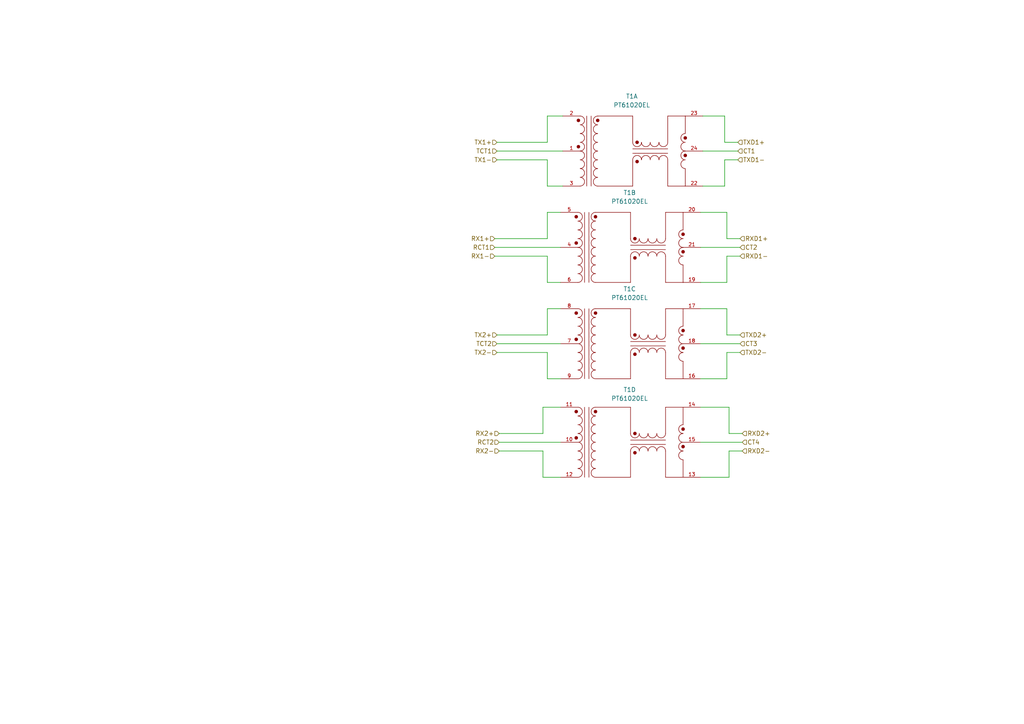
<source format=kicad_sch>
(kicad_sch (version 20211123) (generator eeschema)

  (uuid 6ca4859f-e306-4c4f-b4ac-83227a4424fb)

  (paper "A4")

  (lib_symbols
    (symbol "b116:PT61020EL" (pin_names (offset 1.016)) (in_bom yes) (on_board yes)
      (property "Reference" "T" (id 0) (at -20.3239 12.7079 0)
        (effects (font (size 1.27 1.27)) (justify left bottom))
      )
      (property "Value" "PT61020EL" (id 1) (at -20.3214 -15.2427 0)
        (effects (font (size 1.27 1.27)) (justify left bottom))
      )
      (property "Footprint" "XFMR_PT61020EL" (id 2) (at 0 0 0)
        (effects (font (size 1.27 1.27)) (justify bottom) hide)
      )
      (property "Datasheet" "" (id 3) (at 0 0 0)
        (effects (font (size 1.27 1.27)) hide)
      )
      (property "MPN" "PT61020EL" (id 4) (at 0 0 0)
        (effects (font (size 1.27 1.27)) (justify bottom) hide)
      )
      (symbol "PT61020EL_1_0"
        (circle (center -15.748 1.27) (radius 0.254)
          (stroke (width 0.508) (type default) (color 0 0 0 0))
          (fill (type none))
        )
        (circle (center -15.748 8.89) (radius 0.254)
          (stroke (width 0.508) (type default) (color 0 0 0 0))
          (fill (type none))
        )
        (arc (start -15.24 -10.16) (mid -13.97 -8.89) (end -15.24 -7.62)
          (stroke (width 0.1524) (type default) (color 0 0 0 0))
          (fill (type none))
        )
        (arc (start -15.24 -7.62) (mid -13.97 -6.35) (end -15.24 -5.08)
          (stroke (width 0.1524) (type default) (color 0 0 0 0))
          (fill (type none))
        )
        (arc (start -15.24 -5.08) (mid -13.97 -3.81) (end -15.24 -2.54)
          (stroke (width 0.1524) (type default) (color 0 0 0 0))
          (fill (type none))
        )
        (arc (start -15.24 -2.54) (mid -13.97 -1.27) (end -15.24 0)
          (stroke (width 0.1524) (type default) (color 0 0 0 0))
          (fill (type none))
        )
        (arc (start -15.24 0) (mid -13.97 1.27) (end -15.24 2.54)
          (stroke (width 0.1524) (type default) (color 0 0 0 0))
          (fill (type none))
        )
        (arc (start -15.24 2.54) (mid -13.97 3.81) (end -15.24 5.08)
          (stroke (width 0.1524) (type default) (color 0 0 0 0))
          (fill (type none))
        )
        (arc (start -15.24 5.08) (mid -13.97 6.35) (end -15.24 7.62)
          (stroke (width 0.1524) (type default) (color 0 0 0 0))
          (fill (type none))
        )
        (arc (start -15.24 7.62) (mid -13.97 8.89) (end -15.24 10.16)
          (stroke (width 0.1524) (type default) (color 0 0 0 0))
          (fill (type none))
        )
        (arc (start -10.16 -7.62) (mid -11.43 -8.89) (end -10.16 -10.16)
          (stroke (width 0.1524) (type default) (color 0 0 0 0))
          (fill (type none))
        )
        (arc (start -10.16 -5.08) (mid -11.43 -6.35) (end -10.16 -7.62)
          (stroke (width 0.1524) (type default) (color 0 0 0 0))
          (fill (type none))
        )
        (arc (start -10.16 -2.54) (mid -11.43 -3.81) (end -10.16 -5.08)
          (stroke (width 0.1524) (type default) (color 0 0 0 0))
          (fill (type none))
        )
        (arc (start -10.16 0) (mid -11.43 -1.27) (end -10.16 -2.54)
          (stroke (width 0.1524) (type default) (color 0 0 0 0))
          (fill (type none))
        )
        (arc (start -10.16 2.54) (mid -11.43 1.27) (end -10.16 0)
          (stroke (width 0.1524) (type default) (color 0 0 0 0))
          (fill (type none))
        )
        (arc (start -10.16 5.08) (mid -11.43 3.81) (end -10.16 2.54)
          (stroke (width 0.1524) (type default) (color 0 0 0 0))
          (fill (type none))
        )
        (arc (start -10.16 7.62) (mid -11.43 6.35) (end -10.16 5.08)
          (stroke (width 0.1524) (type default) (color 0 0 0 0))
          (fill (type none))
        )
        (circle (center -10.16 8.89) (radius 0.254)
          (stroke (width 0.508) (type default) (color 0 0 0 0))
          (fill (type none))
        )
        (arc (start -10.16 10.16) (mid -11.43 8.89) (end -10.16 7.62)
          (stroke (width 0.1524) (type default) (color 0 0 0 0))
          (fill (type none))
        )
        (polyline
          (pts
            (xy -13.335 10.16)
            (xy -13.335 -10.16)
          )
          (stroke (width 0.1524) (type default) (color 0 0 0 0))
          (fill (type none))
        )
        (polyline
          (pts
            (xy -12.065 10.16)
            (xy -12.065 -10.16)
          )
          (stroke (width 0.1524) (type default) (color 0 0 0 0))
          (fill (type none))
        )
        (polyline
          (pts
            (xy -10.16 -10.16)
            (xy 0 -10.16)
          )
          (stroke (width 0.1524) (type default) (color 0 0 0 0))
          (fill (type none))
        )
        (polyline
          (pts
            (xy -10.16 10.16)
            (xy 0 10.16)
          )
          (stroke (width 0.1524) (type default) (color 0 0 0 0))
          (fill (type none))
        )
        (polyline
          (pts
            (xy 0 -2.54)
            (xy 0 -10.16)
          )
          (stroke (width 0.1524) (type default) (color 0 0 0 0))
          (fill (type none))
        )
        (polyline
          (pts
            (xy 0 -0.635)
            (xy 10.16 -0.635)
          )
          (stroke (width 0.1524) (type default) (color 0 0 0 0))
          (fill (type none))
        )
        (polyline
          (pts
            (xy 0 0.635)
            (xy 10.16 0.635)
          )
          (stroke (width 0.1524) (type default) (color 0 0 0 0))
          (fill (type none))
        )
        (polyline
          (pts
            (xy 0 10.16)
            (xy 0 2.54)
          )
          (stroke (width 0.1524) (type default) (color 0 0 0 0))
          (fill (type none))
        )
        (polyline
          (pts
            (xy 10.16 -10.16)
            (xy 15.24 -10.16)
          )
          (stroke (width 0.1524) (type default) (color 0 0 0 0))
          (fill (type none))
        )
        (polyline
          (pts
            (xy 10.16 -2.54)
            (xy 10.16 -10.16)
          )
          (stroke (width 0.1524) (type default) (color 0 0 0 0))
          (fill (type none))
        )
        (polyline
          (pts
            (xy 10.16 2.54)
            (xy 10.16 10.16)
          )
          (stroke (width 0.1524) (type default) (color 0 0 0 0))
          (fill (type none))
        )
        (polyline
          (pts
            (xy 10.16 10.16)
            (xy 15.24 10.16)
          )
          (stroke (width 0.1524) (type default) (color 0 0 0 0))
          (fill (type none))
        )
        (polyline
          (pts
            (xy 15.24 -5.08)
            (xy 15.24 -10.16)
          )
          (stroke (width 0.1524) (type default) (color 0 0 0 0))
          (fill (type none))
        )
        (polyline
          (pts
            (xy 15.24 10.16)
            (xy 15.24 5.08)
          )
          (stroke (width 0.1524) (type default) (color 0 0 0 0))
          (fill (type none))
        )
        (arc (start 0 2.54) (mid 1.27 1.27) (end 2.54 2.54)
          (stroke (width 0.1524) (type default) (color 0 0 0 0))
          (fill (type none))
        )
        (circle (center 1.27 -3.048) (radius 0.254)
          (stroke (width 0.508) (type default) (color 0 0 0 0))
          (fill (type none))
        )
        (circle (center 1.27 2.54) (radius 0.254)
          (stroke (width 0.508) (type default) (color 0 0 0 0))
          (fill (type none))
        )
        (arc (start 2.54 -2.54) (mid 1.27 -1.27) (end 0 -2.54)
          (stroke (width 0.1524) (type default) (color 0 0 0 0))
          (fill (type none))
        )
        (arc (start 2.54 2.54) (mid 3.81 1.27) (end 5.08 2.54)
          (stroke (width 0.1524) (type default) (color 0 0 0 0))
          (fill (type none))
        )
        (arc (start 5.08 -2.54) (mid 3.81 -1.27) (end 2.54 -2.54)
          (stroke (width 0.1524) (type default) (color 0 0 0 0))
          (fill (type none))
        )
        (arc (start 5.08 2.54) (mid 6.35 1.27) (end 7.62 2.54)
          (stroke (width 0.1524) (type default) (color 0 0 0 0))
          (fill (type none))
        )
        (arc (start 7.62 -2.54) (mid 6.35 -1.27) (end 5.08 -2.54)
          (stroke (width 0.1524) (type default) (color 0 0 0 0))
          (fill (type none))
        )
        (arc (start 7.62 2.54) (mid 8.89 1.27) (end 10.16 2.54)
          (stroke (width 0.1524) (type default) (color 0 0 0 0))
          (fill (type none))
        )
        (arc (start 10.16 -2.54) (mid 8.89 -1.27) (end 7.62 -2.54)
          (stroke (width 0.1524) (type default) (color 0 0 0 0))
          (fill (type none))
        )
        (arc (start 15.24 -2.54) (mid 13.97 -3.81) (end 15.24 -5.08)
          (stroke (width 0.1524) (type default) (color 0 0 0 0))
          (fill (type none))
        )
        (circle (center 15.24 -1.27) (radius 0.254)
          (stroke (width 0.508) (type default) (color 0 0 0 0))
          (fill (type none))
        )
        (arc (start 15.24 0) (mid 13.97 -1.27) (end 15.24 -2.54)
          (stroke (width 0.1524) (type default) (color 0 0 0 0))
          (fill (type none))
        )
        (arc (start 15.24 2.54) (mid 13.97 1.27) (end 15.24 0)
          (stroke (width 0.1524) (type default) (color 0 0 0 0))
          (fill (type none))
        )
        (circle (center 15.24 3.81) (radius 0.254)
          (stroke (width 0.508) (type default) (color 0 0 0 0))
          (fill (type none))
        )
        (arc (start 15.24 5.08) (mid 13.97 3.81) (end 15.24 2.54)
          (stroke (width 0.1524) (type default) (color 0 0 0 0))
          (fill (type none))
        )
        (pin passive line (at -20.32 0 0) (length 5.08)
          (name "~" (effects (font (size 1.016 1.016))))
          (number "1" (effects (font (size 1.016 1.016))))
        )
        (pin passive line (at -20.32 10.16 0) (length 5.08)
          (name "~" (effects (font (size 1.016 1.016))))
          (number "2" (effects (font (size 1.016 1.016))))
        )
        (pin passive line (at 20.32 -10.16 180) (length 5.08)
          (name "~" (effects (font (size 1.016 1.016))))
          (number "22" (effects (font (size 1.016 1.016))))
        )
        (pin passive line (at 20.32 10.16 180) (length 5.08)
          (name "~" (effects (font (size 1.016 1.016))))
          (number "23" (effects (font (size 1.016 1.016))))
        )
        (pin passive line (at 20.32 0 180) (length 5.08)
          (name "~" (effects (font (size 1.016 1.016))))
          (number "24" (effects (font (size 1.016 1.016))))
        )
        (pin passive line (at -20.32 -10.16 0) (length 5.08)
          (name "~" (effects (font (size 1.016 1.016))))
          (number "3" (effects (font (size 1.016 1.016))))
        )
      )
      (symbol "PT61020EL_2_0"
        (circle (center -15.748 1.27) (radius 0.254)
          (stroke (width 0.508) (type default) (color 0 0 0 0))
          (fill (type none))
        )
        (circle (center -15.748 8.89) (radius 0.254)
          (stroke (width 0.508) (type default) (color 0 0 0 0))
          (fill (type none))
        )
        (arc (start -15.24 -10.16) (mid -13.97 -8.89) (end -15.24 -7.62)
          (stroke (width 0.1524) (type default) (color 0 0 0 0))
          (fill (type none))
        )
        (arc (start -15.24 -7.62) (mid -13.97 -6.35) (end -15.24 -5.08)
          (stroke (width 0.1524) (type default) (color 0 0 0 0))
          (fill (type none))
        )
        (arc (start -15.24 -5.08) (mid -13.97 -3.81) (end -15.24 -2.54)
          (stroke (width 0.1524) (type default) (color 0 0 0 0))
          (fill (type none))
        )
        (arc (start -15.24 -2.54) (mid -13.97 -1.27) (end -15.24 0)
          (stroke (width 0.1524) (type default) (color 0 0 0 0))
          (fill (type none))
        )
        (arc (start -15.24 0) (mid -13.97 1.27) (end -15.24 2.54)
          (stroke (width 0.1524) (type default) (color 0 0 0 0))
          (fill (type none))
        )
        (arc (start -15.24 2.54) (mid -13.97 3.81) (end -15.24 5.08)
          (stroke (width 0.1524) (type default) (color 0 0 0 0))
          (fill (type none))
        )
        (arc (start -15.24 5.08) (mid -13.97 6.35) (end -15.24 7.62)
          (stroke (width 0.1524) (type default) (color 0 0 0 0))
          (fill (type none))
        )
        (arc (start -15.24 7.62) (mid -13.97 8.89) (end -15.24 10.16)
          (stroke (width 0.1524) (type default) (color 0 0 0 0))
          (fill (type none))
        )
        (arc (start -10.16 -7.62) (mid -11.43 -8.89) (end -10.16 -10.16)
          (stroke (width 0.1524) (type default) (color 0 0 0 0))
          (fill (type none))
        )
        (arc (start -10.16 -5.08) (mid -11.43 -6.35) (end -10.16 -7.62)
          (stroke (width 0.1524) (type default) (color 0 0 0 0))
          (fill (type none))
        )
        (arc (start -10.16 -2.54) (mid -11.43 -3.81) (end -10.16 -5.08)
          (stroke (width 0.1524) (type default) (color 0 0 0 0))
          (fill (type none))
        )
        (arc (start -10.16 0) (mid -11.43 -1.27) (end -10.16 -2.54)
          (stroke (width 0.1524) (type default) (color 0 0 0 0))
          (fill (type none))
        )
        (arc (start -10.16 2.54) (mid -11.43 1.27) (end -10.16 0)
          (stroke (width 0.1524) (type default) (color 0 0 0 0))
          (fill (type none))
        )
        (arc (start -10.16 5.08) (mid -11.43 3.81) (end -10.16 2.54)
          (stroke (width 0.1524) (type default) (color 0 0 0 0))
          (fill (type none))
        )
        (arc (start -10.16 7.62) (mid -11.43 6.35) (end -10.16 5.08)
          (stroke (width 0.1524) (type default) (color 0 0 0 0))
          (fill (type none))
        )
        (circle (center -10.16 8.89) (radius 0.254)
          (stroke (width 0.508) (type default) (color 0 0 0 0))
          (fill (type none))
        )
        (arc (start -10.16 10.16) (mid -11.43 8.89) (end -10.16 7.62)
          (stroke (width 0.1524) (type default) (color 0 0 0 0))
          (fill (type none))
        )
        (polyline
          (pts
            (xy -13.335 10.16)
            (xy -13.335 -10.16)
          )
          (stroke (width 0.1524) (type default) (color 0 0 0 0))
          (fill (type none))
        )
        (polyline
          (pts
            (xy -12.065 10.16)
            (xy -12.065 -10.16)
          )
          (stroke (width 0.1524) (type default) (color 0 0 0 0))
          (fill (type none))
        )
        (polyline
          (pts
            (xy -10.16 -10.16)
            (xy 0 -10.16)
          )
          (stroke (width 0.1524) (type default) (color 0 0 0 0))
          (fill (type none))
        )
        (polyline
          (pts
            (xy -10.16 10.16)
            (xy 0 10.16)
          )
          (stroke (width 0.1524) (type default) (color 0 0 0 0))
          (fill (type none))
        )
        (polyline
          (pts
            (xy 0 -2.54)
            (xy 0 -10.16)
          )
          (stroke (width 0.1524) (type default) (color 0 0 0 0))
          (fill (type none))
        )
        (polyline
          (pts
            (xy 0 -0.635)
            (xy 10.16 -0.635)
          )
          (stroke (width 0.1524) (type default) (color 0 0 0 0))
          (fill (type none))
        )
        (polyline
          (pts
            (xy 0 0.635)
            (xy 10.16 0.635)
          )
          (stroke (width 0.1524) (type default) (color 0 0 0 0))
          (fill (type none))
        )
        (polyline
          (pts
            (xy 0 10.16)
            (xy 0 2.54)
          )
          (stroke (width 0.1524) (type default) (color 0 0 0 0))
          (fill (type none))
        )
        (polyline
          (pts
            (xy 10.16 -10.16)
            (xy 15.24 -10.16)
          )
          (stroke (width 0.1524) (type default) (color 0 0 0 0))
          (fill (type none))
        )
        (polyline
          (pts
            (xy 10.16 -2.54)
            (xy 10.16 -10.16)
          )
          (stroke (width 0.1524) (type default) (color 0 0 0 0))
          (fill (type none))
        )
        (polyline
          (pts
            (xy 10.16 2.54)
            (xy 10.16 10.16)
          )
          (stroke (width 0.1524) (type default) (color 0 0 0 0))
          (fill (type none))
        )
        (polyline
          (pts
            (xy 10.16 10.16)
            (xy 15.24 10.16)
          )
          (stroke (width 0.1524) (type default) (color 0 0 0 0))
          (fill (type none))
        )
        (polyline
          (pts
            (xy 15.24 -5.08)
            (xy 15.24 -10.16)
          )
          (stroke (width 0.1524) (type default) (color 0 0 0 0))
          (fill (type none))
        )
        (polyline
          (pts
            (xy 15.24 10.16)
            (xy 15.24 5.08)
          )
          (stroke (width 0.1524) (type default) (color 0 0 0 0))
          (fill (type none))
        )
        (arc (start 0 2.54) (mid 1.27 1.27) (end 2.54 2.54)
          (stroke (width 0.1524) (type default) (color 0 0 0 0))
          (fill (type none))
        )
        (circle (center 1.27 -3.048) (radius 0.254)
          (stroke (width 0.508) (type default) (color 0 0 0 0))
          (fill (type none))
        )
        (circle (center 1.27 2.54) (radius 0.254)
          (stroke (width 0.508) (type default) (color 0 0 0 0))
          (fill (type none))
        )
        (arc (start 2.54 -2.54) (mid 1.27 -1.27) (end 0 -2.54)
          (stroke (width 0.1524) (type default) (color 0 0 0 0))
          (fill (type none))
        )
        (arc (start 2.54 2.54) (mid 3.81 1.27) (end 5.08 2.54)
          (stroke (width 0.1524) (type default) (color 0 0 0 0))
          (fill (type none))
        )
        (arc (start 5.08 -2.54) (mid 3.81 -1.27) (end 2.54 -2.54)
          (stroke (width 0.1524) (type default) (color 0 0 0 0))
          (fill (type none))
        )
        (arc (start 5.08 2.54) (mid 6.35 1.27) (end 7.62 2.54)
          (stroke (width 0.1524) (type default) (color 0 0 0 0))
          (fill (type none))
        )
        (arc (start 7.62 -2.54) (mid 6.35 -1.27) (end 5.08 -2.54)
          (stroke (width 0.1524) (type default) (color 0 0 0 0))
          (fill (type none))
        )
        (arc (start 7.62 2.54) (mid 8.89 1.27) (end 10.16 2.54)
          (stroke (width 0.1524) (type default) (color 0 0 0 0))
          (fill (type none))
        )
        (arc (start 10.16 -2.54) (mid 8.89 -1.27) (end 7.62 -2.54)
          (stroke (width 0.1524) (type default) (color 0 0 0 0))
          (fill (type none))
        )
        (arc (start 15.24 -2.54) (mid 13.97 -3.81) (end 15.24 -5.08)
          (stroke (width 0.1524) (type default) (color 0 0 0 0))
          (fill (type none))
        )
        (circle (center 15.24 -1.27) (radius 0.254)
          (stroke (width 0.508) (type default) (color 0 0 0 0))
          (fill (type none))
        )
        (arc (start 15.24 0) (mid 13.97 -1.27) (end 15.24 -2.54)
          (stroke (width 0.1524) (type default) (color 0 0 0 0))
          (fill (type none))
        )
        (arc (start 15.24 2.54) (mid 13.97 1.27) (end 15.24 0)
          (stroke (width 0.1524) (type default) (color 0 0 0 0))
          (fill (type none))
        )
        (circle (center 15.24 3.81) (radius 0.254)
          (stroke (width 0.508) (type default) (color 0 0 0 0))
          (fill (type none))
        )
        (arc (start 15.24 5.08) (mid 13.97 3.81) (end 15.24 2.54)
          (stroke (width 0.1524) (type default) (color 0 0 0 0))
          (fill (type none))
        )
        (pin passive line (at 20.32 -10.16 180) (length 5.08)
          (name "~" (effects (font (size 1.016 1.016))))
          (number "19" (effects (font (size 1.016 1.016))))
        )
        (pin passive line (at 20.32 10.16 180) (length 5.08)
          (name "~" (effects (font (size 1.016 1.016))))
          (number "20" (effects (font (size 1.016 1.016))))
        )
        (pin passive line (at 20.32 0 180) (length 5.08)
          (name "~" (effects (font (size 1.016 1.016))))
          (number "21" (effects (font (size 1.016 1.016))))
        )
        (pin passive line (at -20.32 0 0) (length 5.08)
          (name "~" (effects (font (size 1.016 1.016))))
          (number "4" (effects (font (size 1.016 1.016))))
        )
        (pin passive line (at -20.32 10.16 0) (length 5.08)
          (name "~" (effects (font (size 1.016 1.016))))
          (number "5" (effects (font (size 1.016 1.016))))
        )
        (pin passive line (at -20.32 -10.16 0) (length 5.08)
          (name "~" (effects (font (size 1.016 1.016))))
          (number "6" (effects (font (size 1.016 1.016))))
        )
      )
      (symbol "PT61020EL_3_0"
        (circle (center -15.748 1.27) (radius 0.254)
          (stroke (width 0.508) (type default) (color 0 0 0 0))
          (fill (type none))
        )
        (circle (center -15.748 8.89) (radius 0.254)
          (stroke (width 0.508) (type default) (color 0 0 0 0))
          (fill (type none))
        )
        (arc (start -15.24 -10.16) (mid -13.97 -8.89) (end -15.24 -7.62)
          (stroke (width 0.1524) (type default) (color 0 0 0 0))
          (fill (type none))
        )
        (arc (start -15.24 -7.62) (mid -13.97 -6.35) (end -15.24 -5.08)
          (stroke (width 0.1524) (type default) (color 0 0 0 0))
          (fill (type none))
        )
        (arc (start -15.24 -5.08) (mid -13.97 -3.81) (end -15.24 -2.54)
          (stroke (width 0.1524) (type default) (color 0 0 0 0))
          (fill (type none))
        )
        (arc (start -15.24 -2.54) (mid -13.97 -1.27) (end -15.24 0)
          (stroke (width 0.1524) (type default) (color 0 0 0 0))
          (fill (type none))
        )
        (arc (start -15.24 0) (mid -13.97 1.27) (end -15.24 2.54)
          (stroke (width 0.1524) (type default) (color 0 0 0 0))
          (fill (type none))
        )
        (arc (start -15.24 2.54) (mid -13.97 3.81) (end -15.24 5.08)
          (stroke (width 0.1524) (type default) (color 0 0 0 0))
          (fill (type none))
        )
        (arc (start -15.24 5.08) (mid -13.97 6.35) (end -15.24 7.62)
          (stroke (width 0.1524) (type default) (color 0 0 0 0))
          (fill (type none))
        )
        (arc (start -15.24 7.62) (mid -13.97 8.89) (end -15.24 10.16)
          (stroke (width 0.1524) (type default) (color 0 0 0 0))
          (fill (type none))
        )
        (arc (start -10.16 -7.62) (mid -11.43 -8.89) (end -10.16 -10.16)
          (stroke (width 0.1524) (type default) (color 0 0 0 0))
          (fill (type none))
        )
        (arc (start -10.16 -5.08) (mid -11.43 -6.35) (end -10.16 -7.62)
          (stroke (width 0.1524) (type default) (color 0 0 0 0))
          (fill (type none))
        )
        (arc (start -10.16 -2.54) (mid -11.43 -3.81) (end -10.16 -5.08)
          (stroke (width 0.1524) (type default) (color 0 0 0 0))
          (fill (type none))
        )
        (arc (start -10.16 0) (mid -11.43 -1.27) (end -10.16 -2.54)
          (stroke (width 0.1524) (type default) (color 0 0 0 0))
          (fill (type none))
        )
        (arc (start -10.16 2.54) (mid -11.43 1.27) (end -10.16 0)
          (stroke (width 0.1524) (type default) (color 0 0 0 0))
          (fill (type none))
        )
        (arc (start -10.16 5.08) (mid -11.43 3.81) (end -10.16 2.54)
          (stroke (width 0.1524) (type default) (color 0 0 0 0))
          (fill (type none))
        )
        (arc (start -10.16 7.62) (mid -11.43 6.35) (end -10.16 5.08)
          (stroke (width 0.1524) (type default) (color 0 0 0 0))
          (fill (type none))
        )
        (circle (center -10.16 8.89) (radius 0.254)
          (stroke (width 0.508) (type default) (color 0 0 0 0))
          (fill (type none))
        )
        (arc (start -10.16 10.16) (mid -11.43 8.89) (end -10.16 7.62)
          (stroke (width 0.1524) (type default) (color 0 0 0 0))
          (fill (type none))
        )
        (polyline
          (pts
            (xy -13.335 10.16)
            (xy -13.335 -10.16)
          )
          (stroke (width 0.1524) (type default) (color 0 0 0 0))
          (fill (type none))
        )
        (polyline
          (pts
            (xy -12.065 10.16)
            (xy -12.065 -10.16)
          )
          (stroke (width 0.1524) (type default) (color 0 0 0 0))
          (fill (type none))
        )
        (polyline
          (pts
            (xy -10.16 -10.16)
            (xy 0 -10.16)
          )
          (stroke (width 0.1524) (type default) (color 0 0 0 0))
          (fill (type none))
        )
        (polyline
          (pts
            (xy -10.16 10.16)
            (xy 0 10.16)
          )
          (stroke (width 0.1524) (type default) (color 0 0 0 0))
          (fill (type none))
        )
        (polyline
          (pts
            (xy 0 -2.54)
            (xy 0 -10.16)
          )
          (stroke (width 0.1524) (type default) (color 0 0 0 0))
          (fill (type none))
        )
        (polyline
          (pts
            (xy 0 -0.635)
            (xy 10.16 -0.635)
          )
          (stroke (width 0.1524) (type default) (color 0 0 0 0))
          (fill (type none))
        )
        (polyline
          (pts
            (xy 0 0.635)
            (xy 10.16 0.635)
          )
          (stroke (width 0.1524) (type default) (color 0 0 0 0))
          (fill (type none))
        )
        (polyline
          (pts
            (xy 0 10.16)
            (xy 0 2.54)
          )
          (stroke (width 0.1524) (type default) (color 0 0 0 0))
          (fill (type none))
        )
        (polyline
          (pts
            (xy 10.16 -10.16)
            (xy 15.24 -10.16)
          )
          (stroke (width 0.1524) (type default) (color 0 0 0 0))
          (fill (type none))
        )
        (polyline
          (pts
            (xy 10.16 -2.54)
            (xy 10.16 -10.16)
          )
          (stroke (width 0.1524) (type default) (color 0 0 0 0))
          (fill (type none))
        )
        (polyline
          (pts
            (xy 10.16 2.54)
            (xy 10.16 10.16)
          )
          (stroke (width 0.1524) (type default) (color 0 0 0 0))
          (fill (type none))
        )
        (polyline
          (pts
            (xy 10.16 10.16)
            (xy 15.24 10.16)
          )
          (stroke (width 0.1524) (type default) (color 0 0 0 0))
          (fill (type none))
        )
        (polyline
          (pts
            (xy 15.24 -5.08)
            (xy 15.24 -10.16)
          )
          (stroke (width 0.1524) (type default) (color 0 0 0 0))
          (fill (type none))
        )
        (polyline
          (pts
            (xy 15.24 10.16)
            (xy 15.24 5.08)
          )
          (stroke (width 0.1524) (type default) (color 0 0 0 0))
          (fill (type none))
        )
        (arc (start 0 2.54) (mid 1.27 1.27) (end 2.54 2.54)
          (stroke (width 0.1524) (type default) (color 0 0 0 0))
          (fill (type none))
        )
        (circle (center 1.27 -3.048) (radius 0.254)
          (stroke (width 0.508) (type default) (color 0 0 0 0))
          (fill (type none))
        )
        (circle (center 1.27 2.54) (radius 0.254)
          (stroke (width 0.508) (type default) (color 0 0 0 0))
          (fill (type none))
        )
        (arc (start 2.54 -2.54) (mid 1.27 -1.27) (end 0 -2.54)
          (stroke (width 0.1524) (type default) (color 0 0 0 0))
          (fill (type none))
        )
        (arc (start 2.54 2.54) (mid 3.81 1.27) (end 5.08 2.54)
          (stroke (width 0.1524) (type default) (color 0 0 0 0))
          (fill (type none))
        )
        (arc (start 5.08 -2.54) (mid 3.81 -1.27) (end 2.54 -2.54)
          (stroke (width 0.1524) (type default) (color 0 0 0 0))
          (fill (type none))
        )
        (arc (start 5.08 2.54) (mid 6.35 1.27) (end 7.62 2.54)
          (stroke (width 0.1524) (type default) (color 0 0 0 0))
          (fill (type none))
        )
        (arc (start 7.62 -2.54) (mid 6.35 -1.27) (end 5.08 -2.54)
          (stroke (width 0.1524) (type default) (color 0 0 0 0))
          (fill (type none))
        )
        (arc (start 7.62 2.54) (mid 8.89 1.27) (end 10.16 2.54)
          (stroke (width 0.1524) (type default) (color 0 0 0 0))
          (fill (type none))
        )
        (arc (start 10.16 -2.54) (mid 8.89 -1.27) (end 7.62 -2.54)
          (stroke (width 0.1524) (type default) (color 0 0 0 0))
          (fill (type none))
        )
        (arc (start 15.24 -2.54) (mid 13.97 -3.81) (end 15.24 -5.08)
          (stroke (width 0.1524) (type default) (color 0 0 0 0))
          (fill (type none))
        )
        (circle (center 15.24 -1.27) (radius 0.254)
          (stroke (width 0.508) (type default) (color 0 0 0 0))
          (fill (type none))
        )
        (arc (start 15.24 0) (mid 13.97 -1.27) (end 15.24 -2.54)
          (stroke (width 0.1524) (type default) (color 0 0 0 0))
          (fill (type none))
        )
        (arc (start 15.24 2.54) (mid 13.97 1.27) (end 15.24 0)
          (stroke (width 0.1524) (type default) (color 0 0 0 0))
          (fill (type none))
        )
        (circle (center 15.24 3.81) (radius 0.254)
          (stroke (width 0.508) (type default) (color 0 0 0 0))
          (fill (type none))
        )
        (arc (start 15.24 5.08) (mid 13.97 3.81) (end 15.24 2.54)
          (stroke (width 0.1524) (type default) (color 0 0 0 0))
          (fill (type none))
        )
        (pin passive line (at 20.32 -10.16 180) (length 5.08)
          (name "~" (effects (font (size 1.016 1.016))))
          (number "16" (effects (font (size 1.016 1.016))))
        )
        (pin passive line (at 20.32 10.16 180) (length 5.08)
          (name "~" (effects (font (size 1.016 1.016))))
          (number "17" (effects (font (size 1.016 1.016))))
        )
        (pin passive line (at 20.32 0 180) (length 5.08)
          (name "~" (effects (font (size 1.016 1.016))))
          (number "18" (effects (font (size 1.016 1.016))))
        )
        (pin passive line (at -20.32 0 0) (length 5.08)
          (name "~" (effects (font (size 1.016 1.016))))
          (number "7" (effects (font (size 1.016 1.016))))
        )
        (pin passive line (at -20.32 10.16 0) (length 5.08)
          (name "~" (effects (font (size 1.016 1.016))))
          (number "8" (effects (font (size 1.016 1.016))))
        )
        (pin passive line (at -20.32 -10.16 0) (length 5.08)
          (name "~" (effects (font (size 1.016 1.016))))
          (number "9" (effects (font (size 1.016 1.016))))
        )
      )
      (symbol "PT61020EL_4_0"
        (circle (center -15.748 1.27) (radius 0.254)
          (stroke (width 0.508) (type default) (color 0 0 0 0))
          (fill (type none))
        )
        (circle (center -15.748 8.89) (radius 0.254)
          (stroke (width 0.508) (type default) (color 0 0 0 0))
          (fill (type none))
        )
        (arc (start -15.24 -10.16) (mid -13.97 -8.89) (end -15.24 -7.62)
          (stroke (width 0.1524) (type default) (color 0 0 0 0))
          (fill (type none))
        )
        (arc (start -15.24 -7.62) (mid -13.97 -6.35) (end -15.24 -5.08)
          (stroke (width 0.1524) (type default) (color 0 0 0 0))
          (fill (type none))
        )
        (arc (start -15.24 -5.08) (mid -13.97 -3.81) (end -15.24 -2.54)
          (stroke (width 0.1524) (type default) (color 0 0 0 0))
          (fill (type none))
        )
        (arc (start -15.24 -2.54) (mid -13.97 -1.27) (end -15.24 0)
          (stroke (width 0.1524) (type default) (color 0 0 0 0))
          (fill (type none))
        )
        (arc (start -15.24 0) (mid -13.97 1.27) (end -15.24 2.54)
          (stroke (width 0.1524) (type default) (color 0 0 0 0))
          (fill (type none))
        )
        (arc (start -15.24 2.54) (mid -13.97 3.81) (end -15.24 5.08)
          (stroke (width 0.1524) (type default) (color 0 0 0 0))
          (fill (type none))
        )
        (arc (start -15.24 5.08) (mid -13.97 6.35) (end -15.24 7.62)
          (stroke (width 0.1524) (type default) (color 0 0 0 0))
          (fill (type none))
        )
        (arc (start -15.24 7.62) (mid -13.97 8.89) (end -15.24 10.16)
          (stroke (width 0.1524) (type default) (color 0 0 0 0))
          (fill (type none))
        )
        (arc (start -10.16 -7.62) (mid -11.43 -8.89) (end -10.16 -10.16)
          (stroke (width 0.1524) (type default) (color 0 0 0 0))
          (fill (type none))
        )
        (arc (start -10.16 -5.08) (mid -11.43 -6.35) (end -10.16 -7.62)
          (stroke (width 0.1524) (type default) (color 0 0 0 0))
          (fill (type none))
        )
        (arc (start -10.16 -2.54) (mid -11.43 -3.81) (end -10.16 -5.08)
          (stroke (width 0.1524) (type default) (color 0 0 0 0))
          (fill (type none))
        )
        (arc (start -10.16 0) (mid -11.43 -1.27) (end -10.16 -2.54)
          (stroke (width 0.1524) (type default) (color 0 0 0 0))
          (fill (type none))
        )
        (arc (start -10.16 2.54) (mid -11.43 1.27) (end -10.16 0)
          (stroke (width 0.1524) (type default) (color 0 0 0 0))
          (fill (type none))
        )
        (arc (start -10.16 5.08) (mid -11.43 3.81) (end -10.16 2.54)
          (stroke (width 0.1524) (type default) (color 0 0 0 0))
          (fill (type none))
        )
        (arc (start -10.16 7.62) (mid -11.43 6.35) (end -10.16 5.08)
          (stroke (width 0.1524) (type default) (color 0 0 0 0))
          (fill (type none))
        )
        (circle (center -10.16 8.89) (radius 0.254)
          (stroke (width 0.508) (type default) (color 0 0 0 0))
          (fill (type none))
        )
        (arc (start -10.16 10.16) (mid -11.43 8.89) (end -10.16 7.62)
          (stroke (width 0.1524) (type default) (color 0 0 0 0))
          (fill (type none))
        )
        (polyline
          (pts
            (xy -13.335 10.16)
            (xy -13.335 -10.16)
          )
          (stroke (width 0.1524) (type default) (color 0 0 0 0))
          (fill (type none))
        )
        (polyline
          (pts
            (xy -12.065 10.16)
            (xy -12.065 -10.16)
          )
          (stroke (width 0.1524) (type default) (color 0 0 0 0))
          (fill (type none))
        )
        (polyline
          (pts
            (xy -10.16 -10.16)
            (xy 0 -10.16)
          )
          (stroke (width 0.1524) (type default) (color 0 0 0 0))
          (fill (type none))
        )
        (polyline
          (pts
            (xy -10.16 10.16)
            (xy 0 10.16)
          )
          (stroke (width 0.1524) (type default) (color 0 0 0 0))
          (fill (type none))
        )
        (polyline
          (pts
            (xy 0 -2.54)
            (xy 0 -10.16)
          )
          (stroke (width 0.1524) (type default) (color 0 0 0 0))
          (fill (type none))
        )
        (polyline
          (pts
            (xy 0 -0.635)
            (xy 10.16 -0.635)
          )
          (stroke (width 0.1524) (type default) (color 0 0 0 0))
          (fill (type none))
        )
        (polyline
          (pts
            (xy 0 0.635)
            (xy 10.16 0.635)
          )
          (stroke (width 0.1524) (type default) (color 0 0 0 0))
          (fill (type none))
        )
        (polyline
          (pts
            (xy 0 10.16)
            (xy 0 2.54)
          )
          (stroke (width 0.1524) (type default) (color 0 0 0 0))
          (fill (type none))
        )
        (polyline
          (pts
            (xy 10.16 -10.16)
            (xy 15.24 -10.16)
          )
          (stroke (width 0.1524) (type default) (color 0 0 0 0))
          (fill (type none))
        )
        (polyline
          (pts
            (xy 10.16 -2.54)
            (xy 10.16 -10.16)
          )
          (stroke (width 0.1524) (type default) (color 0 0 0 0))
          (fill (type none))
        )
        (polyline
          (pts
            (xy 10.16 2.54)
            (xy 10.16 10.16)
          )
          (stroke (width 0.1524) (type default) (color 0 0 0 0))
          (fill (type none))
        )
        (polyline
          (pts
            (xy 10.16 10.16)
            (xy 15.24 10.16)
          )
          (stroke (width 0.1524) (type default) (color 0 0 0 0))
          (fill (type none))
        )
        (polyline
          (pts
            (xy 15.24 -5.08)
            (xy 15.24 -10.16)
          )
          (stroke (width 0.1524) (type default) (color 0 0 0 0))
          (fill (type none))
        )
        (polyline
          (pts
            (xy 15.24 10.16)
            (xy 15.24 5.08)
          )
          (stroke (width 0.1524) (type default) (color 0 0 0 0))
          (fill (type none))
        )
        (arc (start 0 2.54) (mid 1.27 1.27) (end 2.54 2.54)
          (stroke (width 0.1524) (type default) (color 0 0 0 0))
          (fill (type none))
        )
        (circle (center 1.27 -3.048) (radius 0.254)
          (stroke (width 0.508) (type default) (color 0 0 0 0))
          (fill (type none))
        )
        (circle (center 1.27 2.54) (radius 0.254)
          (stroke (width 0.508) (type default) (color 0 0 0 0))
          (fill (type none))
        )
        (arc (start 2.54 -2.54) (mid 1.27 -1.27) (end 0 -2.54)
          (stroke (width 0.1524) (type default) (color 0 0 0 0))
          (fill (type none))
        )
        (arc (start 2.54 2.54) (mid 3.81 1.27) (end 5.08 2.54)
          (stroke (width 0.1524) (type default) (color 0 0 0 0))
          (fill (type none))
        )
        (arc (start 5.08 -2.54) (mid 3.81 -1.27) (end 2.54 -2.54)
          (stroke (width 0.1524) (type default) (color 0 0 0 0))
          (fill (type none))
        )
        (arc (start 5.08 2.54) (mid 6.35 1.27) (end 7.62 2.54)
          (stroke (width 0.1524) (type default) (color 0 0 0 0))
          (fill (type none))
        )
        (arc (start 7.62 -2.54) (mid 6.35 -1.27) (end 5.08 -2.54)
          (stroke (width 0.1524) (type default) (color 0 0 0 0))
          (fill (type none))
        )
        (arc (start 7.62 2.54) (mid 8.89 1.27) (end 10.16 2.54)
          (stroke (width 0.1524) (type default) (color 0 0 0 0))
          (fill (type none))
        )
        (arc (start 10.16 -2.54) (mid 8.89 -1.27) (end 7.62 -2.54)
          (stroke (width 0.1524) (type default) (color 0 0 0 0))
          (fill (type none))
        )
        (arc (start 15.24 -2.54) (mid 13.97 -3.81) (end 15.24 -5.08)
          (stroke (width 0.1524) (type default) (color 0 0 0 0))
          (fill (type none))
        )
        (circle (center 15.24 -1.27) (radius 0.254)
          (stroke (width 0.508) (type default) (color 0 0 0 0))
          (fill (type none))
        )
        (arc (start 15.24 0) (mid 13.97 -1.27) (end 15.24 -2.54)
          (stroke (width 0.1524) (type default) (color 0 0 0 0))
          (fill (type none))
        )
        (arc (start 15.24 2.54) (mid 13.97 1.27) (end 15.24 0)
          (stroke (width 0.1524) (type default) (color 0 0 0 0))
          (fill (type none))
        )
        (circle (center 15.24 3.81) (radius 0.254)
          (stroke (width 0.508) (type default) (color 0 0 0 0))
          (fill (type none))
        )
        (arc (start 15.24 5.08) (mid 13.97 3.81) (end 15.24 2.54)
          (stroke (width 0.1524) (type default) (color 0 0 0 0))
          (fill (type none))
        )
        (pin passive line (at -20.32 0 0) (length 5.08)
          (name "~" (effects (font (size 1.016 1.016))))
          (number "10" (effects (font (size 1.016 1.016))))
        )
        (pin passive line (at -20.32 10.16 0) (length 5.08)
          (name "~" (effects (font (size 1.016 1.016))))
          (number "11" (effects (font (size 1.016 1.016))))
        )
        (pin passive line (at -20.32 -10.16 0) (length 5.08)
          (name "~" (effects (font (size 1.016 1.016))))
          (number "12" (effects (font (size 1.016 1.016))))
        )
        (pin passive line (at 20.32 -10.16 180) (length 5.08)
          (name "~" (effects (font (size 1.016 1.016))))
          (number "13" (effects (font (size 1.016 1.016))))
        )
        (pin passive line (at 20.32 10.16 180) (length 5.08)
          (name "~" (effects (font (size 1.016 1.016))))
          (number "14" (effects (font (size 1.016 1.016))))
        )
        (pin passive line (at 20.32 0 180) (length 5.08)
          (name "~" (effects (font (size 1.016 1.016))))
          (number "15" (effects (font (size 1.016 1.016))))
        )
      )
    )
  )


  (wire (pts (xy 203.2 128.27) (xy 215.265 128.27))
    (stroke (width 0) (type default) (color 0 0 0 0))
    (uuid 0081e353-c941-47d2-b9ea-cf3e7ed43c8f)
  )
  (wire (pts (xy 203.2 99.695) (xy 214.63 99.695))
    (stroke (width 0) (type default) (color 0 0 0 0))
    (uuid 0333959c-14ea-4c1b-9346-25e76941d0ce)
  )
  (wire (pts (xy 203.2 89.535) (xy 210.82 89.535))
    (stroke (width 0) (type default) (color 0 0 0 0))
    (uuid 038df5e6-8f13-4efa-a16e-0dbda4c6659b)
  )
  (wire (pts (xy 210.82 74.295) (xy 214.63 74.295))
    (stroke (width 0) (type default) (color 0 0 0 0))
    (uuid 069c2085-d6c9-4c7b-9272-5434bf22ed27)
  )
  (wire (pts (xy 211.455 125.73) (xy 215.265 125.73))
    (stroke (width 0) (type default) (color 0 0 0 0))
    (uuid 0ba8536c-e398-4926-b1d2-faae14126cf5)
  )
  (wire (pts (xy 144.145 99.695) (xy 162.56 99.695))
    (stroke (width 0) (type default) (color 0 0 0 0))
    (uuid 164c3a8a-b31c-49a9-98cb-ac7d49c8d5c0)
  )
  (wire (pts (xy 203.2 138.43) (xy 211.455 138.43))
    (stroke (width 0) (type default) (color 0 0 0 0))
    (uuid 251c0f95-681d-45be-b37c-f1f9e7892f12)
  )
  (wire (pts (xy 144.145 97.155) (xy 158.75 97.155))
    (stroke (width 0) (type default) (color 0 0 0 0))
    (uuid 27638228-b2ed-4f9d-ba9b-c8e0dd44cdbc)
  )
  (wire (pts (xy 210.185 41.275) (xy 213.995 41.275))
    (stroke (width 0) (type default) (color 0 0 0 0))
    (uuid 29596437-5be8-448e-b51b-fd5ce6e79adf)
  )
  (wire (pts (xy 157.48 130.81) (xy 144.78 130.81))
    (stroke (width 0) (type default) (color 0 0 0 0))
    (uuid 2da0bf3b-ed8c-4814-91fd-42e0dc71cfb4)
  )
  (wire (pts (xy 163.195 33.655) (xy 158.75 33.655))
    (stroke (width 0) (type default) (color 0 0 0 0))
    (uuid 2e9d81ad-f23b-4a7e-9c13-1b74ad1f1ca6)
  )
  (wire (pts (xy 144.145 43.815) (xy 163.195 43.815))
    (stroke (width 0) (type default) (color 0 0 0 0))
    (uuid 2f63ac7b-643a-40ef-847c-e450bf4e4cf9)
  )
  (wire (pts (xy 210.185 46.355) (xy 213.995 46.355))
    (stroke (width 0) (type default) (color 0 0 0 0))
    (uuid 3219cce4-e9f4-45d2-bf6b-07868df99225)
  )
  (wire (pts (xy 158.75 102.235) (xy 158.75 109.855))
    (stroke (width 0) (type default) (color 0 0 0 0))
    (uuid 39377889-ce72-4c9f-b319-83d0d8eb6f87)
  )
  (wire (pts (xy 203.835 33.655) (xy 210.185 33.655))
    (stroke (width 0) (type default) (color 0 0 0 0))
    (uuid 39397ce6-92a9-456c-9b95-d08259d5260b)
  )
  (wire (pts (xy 143.51 69.215) (xy 158.75 69.215))
    (stroke (width 0) (type default) (color 0 0 0 0))
    (uuid 3d7bfa5d-dd23-4ebc-89bc-58c618210e9d)
  )
  (wire (pts (xy 158.75 61.595) (xy 158.75 69.215))
    (stroke (width 0) (type default) (color 0 0 0 0))
    (uuid 418d7c38-5f6e-40c5-847a-89a7153958b0)
  )
  (wire (pts (xy 158.75 53.975) (xy 158.75 46.355))
    (stroke (width 0) (type default) (color 0 0 0 0))
    (uuid 488e1a2e-9450-4209-94df-232df3c76b4f)
  )
  (wire (pts (xy 210.82 102.235) (xy 214.63 102.235))
    (stroke (width 0) (type default) (color 0 0 0 0))
    (uuid 4ac99282-983c-45e2-a1e4-39da3f553ee6)
  )
  (wire (pts (xy 143.51 71.755) (xy 162.56 71.755))
    (stroke (width 0) (type default) (color 0 0 0 0))
    (uuid 503ddebe-4e41-4f6f-a994-3466b01762f0)
  )
  (wire (pts (xy 163.195 53.975) (xy 158.75 53.975))
    (stroke (width 0) (type default) (color 0 0 0 0))
    (uuid 533ae25c-f59d-4900-b235-d0bff164fad4)
  )
  (wire (pts (xy 210.82 109.855) (xy 210.82 102.235))
    (stroke (width 0) (type default) (color 0 0 0 0))
    (uuid 5633f2c2-6107-44b4-9e63-c63e65ab0bdf)
  )
  (wire (pts (xy 157.48 125.73) (xy 157.48 118.11))
    (stroke (width 0) (type default) (color 0 0 0 0))
    (uuid 6ab5f2f8-2411-4a8c-b4aa-615712daaf24)
  )
  (wire (pts (xy 210.82 61.595) (xy 210.82 69.215))
    (stroke (width 0) (type default) (color 0 0 0 0))
    (uuid 6b50167e-eee6-4a14-9e00-f71a773de20d)
  )
  (wire (pts (xy 157.48 138.43) (xy 157.48 130.81))
    (stroke (width 0) (type default) (color 0 0 0 0))
    (uuid 6d2058b3-48b4-415c-8770-63a103cf6eda)
  )
  (wire (pts (xy 162.56 61.595) (xy 158.75 61.595))
    (stroke (width 0) (type default) (color 0 0 0 0))
    (uuid 74235ee0-13de-4313-bd05-38a68259d453)
  )
  (wire (pts (xy 210.82 89.535) (xy 210.82 97.155))
    (stroke (width 0) (type default) (color 0 0 0 0))
    (uuid 7b0d2790-dc6b-420d-b38a-db3c9a88a9fc)
  )
  (wire (pts (xy 144.78 125.73) (xy 157.48 125.73))
    (stroke (width 0) (type default) (color 0 0 0 0))
    (uuid 7bc33ade-f5ca-443f-8275-462a18bc6b14)
  )
  (wire (pts (xy 203.835 43.815) (xy 213.995 43.815))
    (stroke (width 0) (type default) (color 0 0 0 0))
    (uuid 810fb713-77d5-4d39-b0f8-9cb385bc6304)
  )
  (wire (pts (xy 158.75 97.155) (xy 158.75 89.535))
    (stroke (width 0) (type default) (color 0 0 0 0))
    (uuid 858d97e1-47ac-439c-89dd-134e646669d3)
  )
  (wire (pts (xy 144.145 41.275) (xy 158.75 41.275))
    (stroke (width 0) (type default) (color 0 0 0 0))
    (uuid 89feeb15-47bf-45a2-b48a-8f4821572672)
  )
  (wire (pts (xy 203.2 109.855) (xy 210.82 109.855))
    (stroke (width 0) (type default) (color 0 0 0 0))
    (uuid 93a13a36-0721-449a-a5db-c55770fba301)
  )
  (wire (pts (xy 203.2 61.595) (xy 210.82 61.595))
    (stroke (width 0) (type default) (color 0 0 0 0))
    (uuid 9712687f-791f-4b63-9ced-889209240eab)
  )
  (wire (pts (xy 210.185 53.975) (xy 210.185 46.355))
    (stroke (width 0) (type default) (color 0 0 0 0))
    (uuid 97175d80-86af-4bae-9cb9-8550a5605bac)
  )
  (wire (pts (xy 203.2 71.755) (xy 214.63 71.755))
    (stroke (width 0) (type default) (color 0 0 0 0))
    (uuid 9bedab97-19e7-47ef-a642-58bf65d93983)
  )
  (wire (pts (xy 158.75 109.855) (xy 162.56 109.855))
    (stroke (width 0) (type default) (color 0 0 0 0))
    (uuid a00aea82-c706-4a9d-9e16-77e095696b2f)
  )
  (wire (pts (xy 211.455 130.81) (xy 215.265 130.81))
    (stroke (width 0) (type default) (color 0 0 0 0))
    (uuid a1348492-fbb5-4efa-b336-fbf6f44ba74c)
  )
  (wire (pts (xy 162.56 81.915) (xy 158.75 81.915))
    (stroke (width 0) (type default) (color 0 0 0 0))
    (uuid a717123d-d4a5-488e-9b63-c1b24cc1d6f2)
  )
  (wire (pts (xy 203.835 53.975) (xy 210.185 53.975))
    (stroke (width 0) (type default) (color 0 0 0 0))
    (uuid ab663a66-568e-4851-9a3e-f870eb08f81d)
  )
  (wire (pts (xy 210.82 74.295) (xy 210.82 81.915))
    (stroke (width 0) (type default) (color 0 0 0 0))
    (uuid b17ee5e7-d5c6-40c5-97af-f64ad4489ba7)
  )
  (wire (pts (xy 143.51 74.295) (xy 158.75 74.295))
    (stroke (width 0) (type default) (color 0 0 0 0))
    (uuid b24c12f1-eaed-4a5c-ad17-b4ac410c0cad)
  )
  (wire (pts (xy 157.48 118.11) (xy 162.56 118.11))
    (stroke (width 0) (type default) (color 0 0 0 0))
    (uuid b6b998ab-fad5-452a-8250-b95d21986963)
  )
  (wire (pts (xy 211.455 138.43) (xy 211.455 130.81))
    (stroke (width 0) (type default) (color 0 0 0 0))
    (uuid b9046264-7479-45a2-8a14-368cc5e98f5b)
  )
  (wire (pts (xy 158.75 89.535) (xy 162.56 89.535))
    (stroke (width 0) (type default) (color 0 0 0 0))
    (uuid bd76df7a-9d9e-4ee5-a2d3-499b6fa01f1d)
  )
  (wire (pts (xy 203.2 81.915) (xy 210.82 81.915))
    (stroke (width 0) (type default) (color 0 0 0 0))
    (uuid c20aa023-fa01-466a-ada0-ef3d7c24c4e4)
  )
  (wire (pts (xy 210.82 97.155) (xy 214.63 97.155))
    (stroke (width 0) (type default) (color 0 0 0 0))
    (uuid c34b1eb9-3d57-491d-80ac-c9f730c3994d)
  )
  (wire (pts (xy 144.145 102.235) (xy 158.75 102.235))
    (stroke (width 0) (type default) (color 0 0 0 0))
    (uuid c8000a5a-16c1-4064-92dc-9be51d6975f0)
  )
  (wire (pts (xy 210.185 33.655) (xy 210.185 41.275))
    (stroke (width 0) (type default) (color 0 0 0 0))
    (uuid cbe160cc-7334-4f7c-b68a-8e3f0130675c)
  )
  (wire (pts (xy 162.56 138.43) (xy 157.48 138.43))
    (stroke (width 0) (type default) (color 0 0 0 0))
    (uuid dbd90521-eba3-4fea-acf6-ac85c64b5742)
  )
  (wire (pts (xy 144.145 46.355) (xy 158.75 46.355))
    (stroke (width 0) (type default) (color 0 0 0 0))
    (uuid de1a5d65-03bf-4f53-98c3-5eb0f5a17872)
  )
  (wire (pts (xy 203.2 118.11) (xy 211.455 118.11))
    (stroke (width 0) (type default) (color 0 0 0 0))
    (uuid e023cd31-d0ef-4854-b428-867466a55698)
  )
  (wire (pts (xy 158.75 33.655) (xy 158.75 41.275))
    (stroke (width 0) (type default) (color 0 0 0 0))
    (uuid e2dc5bef-b420-48b0-a2cf-1e10d131804e)
  )
  (wire (pts (xy 144.78 128.27) (xy 162.56 128.27))
    (stroke (width 0) (type default) (color 0 0 0 0))
    (uuid f0177612-214c-487d-99c7-055285032c25)
  )
  (wire (pts (xy 211.455 118.11) (xy 211.455 125.73))
    (stroke (width 0) (type default) (color 0 0 0 0))
    (uuid f4a04821-2922-4418-900f-db00a201f51a)
  )
  (wire (pts (xy 210.82 69.215) (xy 214.63 69.215))
    (stroke (width 0) (type default) (color 0 0 0 0))
    (uuid f80b083c-820d-456a-b284-57967451c60d)
  )
  (wire (pts (xy 158.75 81.915) (xy 158.75 74.295))
    (stroke (width 0) (type default) (color 0 0 0 0))
    (uuid fcc329df-27e6-456c-ba1c-54b58f854225)
  )

  (hierarchical_label "TXD1+" (shape input) (at 213.995 41.275 0)
    (effects (font (size 1.27 1.27)) (justify left))
    (uuid 05ea0e36-b653-4106-931e-3245ed2f8b5f)
  )
  (hierarchical_label "RXD2+" (shape input) (at 215.265 125.73 0)
    (effects (font (size 1.27 1.27)) (justify left))
    (uuid 0e154906-6fb3-4f8e-935d-5c609c5defd0)
  )
  (hierarchical_label "RXD1-" (shape input) (at 214.63 74.295 0)
    (effects (font (size 1.27 1.27)) (justify left))
    (uuid 1332e70f-e2a3-4395-987e-2960543fdb57)
  )
  (hierarchical_label "TX1+" (shape input) (at 144.145 41.275 180)
    (effects (font (size 1.27 1.27)) (justify right))
    (uuid 1b59cb89-ab81-4fb5-9d09-6f87651fbfc2)
  )
  (hierarchical_label "TX2+" (shape input) (at 144.145 97.155 180)
    (effects (font (size 1.27 1.27)) (justify right))
    (uuid 2b0ffc9a-a7d7-4350-a4fc-a45050fbec58)
  )
  (hierarchical_label "TXD1-" (shape input) (at 213.995 46.355 0)
    (effects (font (size 1.27 1.27)) (justify left))
    (uuid 33d0bc7b-f1f8-4915-ab42-0b3bfdadeeb9)
  )
  (hierarchical_label "TCT1" (shape input) (at 144.145 43.815 180)
    (effects (font (size 1.27 1.27)) (justify right))
    (uuid 347e40bd-50a6-44d6-8724-e0592bcd3d1a)
  )
  (hierarchical_label "RX1+" (shape input) (at 143.51 69.215 180)
    (effects (font (size 1.27 1.27)) (justify right))
    (uuid 4a8dd5dc-0f56-43c8-aacc-add4f5fd16bb)
  )
  (hierarchical_label "RCT2" (shape input) (at 144.78 128.27 180)
    (effects (font (size 1.27 1.27)) (justify right))
    (uuid 4abbd6d3-a8f5-45cd-b3e7-202813b03637)
  )
  (hierarchical_label "RXD1+" (shape input) (at 214.63 69.215 0)
    (effects (font (size 1.27 1.27)) (justify left))
    (uuid 4cbdbf12-b6bf-4a64-b76c-f9acb69ad871)
  )
  (hierarchical_label "TXD2-" (shape input) (at 214.63 102.235 0)
    (effects (font (size 1.27 1.27)) (justify left))
    (uuid 5973e907-6846-4b62-a9be-e3bdea9f7134)
  )
  (hierarchical_label "TX1-" (shape input) (at 144.145 46.355 180)
    (effects (font (size 1.27 1.27)) (justify right))
    (uuid 5dc7684f-ff86-4d97-9141-96e7945a52a8)
  )
  (hierarchical_label "TXD2+" (shape input) (at 214.63 97.155 0)
    (effects (font (size 1.27 1.27)) (justify left))
    (uuid 5fcf1e04-502c-4459-bd7f-c72a51e1062d)
  )
  (hierarchical_label "RX2-" (shape input) (at 144.78 130.81 180)
    (effects (font (size 1.27 1.27)) (justify right))
    (uuid 789ea53b-1ea2-44d1-8e30-f30cde58d063)
  )
  (hierarchical_label "CT3" (shape input) (at 214.63 99.695 0)
    (effects (font (size 1.27 1.27)) (justify left))
    (uuid 827f145d-c201-473b-a7b4-d34e91ccc702)
  )
  (hierarchical_label "TX2-" (shape input) (at 144.145 102.235 180)
    (effects (font (size 1.27 1.27)) (justify right))
    (uuid a24d47bd-ad6a-48e9-beba-448c31282256)
  )
  (hierarchical_label "RX1-" (shape input) (at 143.51 74.295 180)
    (effects (font (size 1.27 1.27)) (justify right))
    (uuid b50ce02c-6960-4715-bce9-8408668702f7)
  )
  (hierarchical_label "RXD2-" (shape input) (at 215.265 130.81 0)
    (effects (font (size 1.27 1.27)) (justify left))
    (uuid ba4c3e6a-5ed1-4403-b0a3-e27b0b635e92)
  )
  (hierarchical_label "CT2" (shape input) (at 214.63 71.755 0)
    (effects (font (size 1.27 1.27)) (justify left))
    (uuid bcbf740b-4056-42ee-8c04-88842b33544a)
  )
  (hierarchical_label "RX2+" (shape input) (at 144.78 125.73 180)
    (effects (font (size 1.27 1.27)) (justify right))
    (uuid c1033ba1-3940-4d8f-9bd1-1ac767132550)
  )
  (hierarchical_label "CT1" (shape input) (at 213.995 43.815 0)
    (effects (font (size 1.27 1.27)) (justify left))
    (uuid cf3339e7-6a43-4920-81db-27a5f49f08b7)
  )
  (hierarchical_label "TCT2" (shape input) (at 144.145 99.695 180)
    (effects (font (size 1.27 1.27)) (justify right))
    (uuid d39787bf-fddf-445b-a66c-e8179d267c53)
  )
  (hierarchical_label "RCT1" (shape input) (at 143.51 71.755 180)
    (effects (font (size 1.27 1.27)) (justify right))
    (uuid e0c13b5a-bac3-4f4a-a8c8-99e76971431e)
  )
  (hierarchical_label "CT4" (shape input) (at 215.265 128.27 0)
    (effects (font (size 1.27 1.27)) (justify left))
    (uuid fab7a9fb-a6e9-47da-8f7d-1b08f3156e84)
  )

  (symbol (lib_id "b116:PT61020EL") (at 182.88 71.755 0) (unit 2)
    (in_bom yes) (on_board yes) (fields_autoplaced)
    (uuid 38420154-f08a-446f-8e06-448bb1445291)
    (property "Reference" "T1" (id 0) (at 182.626 55.88 0))
    (property "Value" "PT61020EL" (id 1) (at 182.626 58.42 0))
    (property "Footprint" "XFMR_PT61020EL" (id 2) (at 182.88 71.755 0)
      (effects (font (size 1.27 1.27)) (justify bottom) hide)
    )
    (property "Datasheet" "" (id 3) (at 182.88 71.755 0)
      (effects (font (size 1.27 1.27)) hide)
    )
    (property "MPN" "PT61020EL" (id 4) (at 182.88 71.755 0)
      (effects (font (size 1.27 1.27)) (justify bottom) hide)
    )
    (pin "1" (uuid 947a3f26-11a1-4b93-8207-eebafe9e9386))
    (pin "2" (uuid 03f138fa-07cb-4e7d-916b-2507535d7ec3))
    (pin "22" (uuid 784985d3-bd3e-478a-a11e-b061ad060a6e))
    (pin "23" (uuid 3366b46b-670a-4a3e-95b9-61724cf2cdf9))
    (pin "24" (uuid b0f473a1-d965-46d3-851c-62bed45376ac))
    (pin "3" (uuid eab52f26-0e41-4b35-b254-efa9defc50a1))
    (pin "19" (uuid 06c0e034-6bb1-4e19-8403-79e6d4e5cde0))
    (pin "20" (uuid 9aa02be7-723c-47ea-b482-d02b266db60b))
    (pin "21" (uuid 8669924c-b71e-462a-b4dd-82ae79f89376))
    (pin "4" (uuid 821e8b36-fec9-49e9-b06b-ed61c3c82b81))
    (pin "5" (uuid d7551a3b-08a5-4b5b-b103-4c3764a33b5a))
    (pin "6" (uuid abd564b0-1ec7-4123-85da-c87c47e1c0e2))
    (pin "16" (uuid a004d83d-6690-49b4-8f27-311492116bb1))
    (pin "17" (uuid 6458a84c-1295-46a1-8489-26326103f99e))
    (pin "18" (uuid df72e368-c4f8-4f86-b442-3d4d82d17205))
    (pin "7" (uuid c0c54257-a921-4be3-9c57-30a1528bf916))
    (pin "8" (uuid b9b75d7c-0a56-42d5-83af-e9c5daeac41b))
    (pin "9" (uuid 81beb1ce-174e-4480-ab69-c10949b00128))
    (pin "10" (uuid 22979fbd-38a0-4edd-8264-eb5fee8076b0))
    (pin "11" (uuid 4984bc94-4df8-41bf-b78f-ca328653ca8c))
    (pin "12" (uuid 31d150d8-6dcf-4c88-a377-6116bf33a2c5))
    (pin "13" (uuid 41c87b3f-f54f-44e9-a4fa-0c86ad9cdb98))
    (pin "14" (uuid 90ae5066-1113-4f41-b151-35c8117e6e6c))
    (pin "15" (uuid 78746bd0-73f8-4f75-bb2e-c6bc08a7e99d))
  )

  (symbol (lib_id "b116:PT61020EL") (at 183.515 43.815 0) (unit 1)
    (in_bom yes) (on_board yes) (fields_autoplaced)
    (uuid c6cd01d2-86e9-4723-8f5f-6cf2f8eec1aa)
    (property "Reference" "T1" (id 0) (at 183.261 27.94 0))
    (property "Value" "PT61020EL" (id 1) (at 183.261 30.48 0))
    (property "Footprint" "XFMR_PT61020EL" (id 2) (at 183.515 43.815 0)
      (effects (font (size 1.27 1.27)) (justify bottom) hide)
    )
    (property "Datasheet" "" (id 3) (at 183.515 43.815 0)
      (effects (font (size 1.27 1.27)) hide)
    )
    (property "MPN" "PT61020EL" (id 4) (at 183.515 43.815 0)
      (effects (font (size 1.27 1.27)) (justify bottom) hide)
    )
    (pin "1" (uuid 79c2d020-73fb-4869-adc5-104075c8ee9d))
    (pin "2" (uuid 41b2c42f-fc79-4f40-9ef2-4da45751ab41))
    (pin "22" (uuid 2884836b-00eb-48cf-86d2-b318b6af5e43))
    (pin "23" (uuid 484096ba-641c-4d78-86b7-9b9501e3597a))
    (pin "24" (uuid cedf79e0-58c4-43da-bcfa-c57866c66cc6))
    (pin "3" (uuid d5932e03-20c7-4100-88a9-3c745f589611))
    (pin "19" (uuid b02e17bd-5fdf-4b5e-bb37-93dce76273cb))
    (pin "20" (uuid e85ddf08-5ad3-4945-aa70-1a30152d33bf))
    (pin "21" (uuid d404e3a3-5fff-4053-8922-b9d22fff8eda))
    (pin "4" (uuid 77df5b31-7dea-4c8d-8b7a-7705f0c668d8))
    (pin "5" (uuid 1d37768d-77a3-4028-84b3-1bc9503fc589))
    (pin "6" (uuid 0a157b72-e343-4273-a1aa-dc71f6ba7587))
    (pin "16" (uuid d1eb2ef2-917c-4ae0-8629-6128f08d4cf1))
    (pin "17" (uuid 5f28d9bd-d851-4752-b5c3-a3d4ef14ebb1))
    (pin "18" (uuid a88ea85d-af6d-473e-b913-f307e2ee8921))
    (pin "7" (uuid f832912f-b435-40b4-8d89-046b7cd6a9f9))
    (pin "8" (uuid 826ec538-d556-4353-878b-7a2006620a90))
    (pin "9" (uuid 95a2497c-e9b7-4143-bdce-4ab88ca22ec7))
    (pin "10" (uuid 62e77770-53e2-4dab-847a-71f3e611be43))
    (pin "11" (uuid 727c022f-af39-4aa3-af85-bbc961dc8c98))
    (pin "12" (uuid 2ca257f2-827e-4075-a899-a56a04fdd9d5))
    (pin "13" (uuid 1900f217-185d-4714-bda3-f765ba13d51b))
    (pin "14" (uuid bd7ac832-b1fb-405e-a5f1-001675b40365))
    (pin "15" (uuid 706e7027-a240-4a43-9ba1-46b270e78a7f))
  )

  (symbol (lib_id "b116:PT61020EL") (at 182.88 128.27 0) (unit 4)
    (in_bom yes) (on_board yes) (fields_autoplaced)
    (uuid e9a8751c-66be-4596-bc9d-a2a813f16afa)
    (property "Reference" "T1" (id 0) (at 182.626 113.03 0))
    (property "Value" "PT61020EL" (id 1) (at 182.626 115.57 0))
    (property "Footprint" "XFMR_PT61020EL" (id 2) (at 182.88 128.27 0)
      (effects (font (size 1.27 1.27)) (justify bottom) hide)
    )
    (property "Datasheet" "" (id 3) (at 182.88 128.27 0)
      (effects (font (size 1.27 1.27)) hide)
    )
    (property "MPN" "PT61020EL" (id 4) (at 182.88 128.27 0)
      (effects (font (size 1.27 1.27)) (justify bottom) hide)
    )
    (pin "1" (uuid c958f87e-9848-4b92-a8ae-3acb69a56474))
    (pin "2" (uuid cc91681f-fae0-4e3d-88db-773467fa9560))
    (pin "22" (uuid caca17fb-50d9-46ed-bb3d-fea3bc798f73))
    (pin "23" (uuid 45cfd1d3-105d-4f54-9718-b64bbd2f97f1))
    (pin "24" (uuid 163aba1a-b7a6-4c6f-aba8-313c1a783137))
    (pin "3" (uuid e7e9c6e8-5fe4-46fa-817e-f1c29f588809))
    (pin "19" (uuid 9b495224-4121-4aef-8fb4-2c7aebb08b3d))
    (pin "20" (uuid d9b4db70-286a-47dd-aba0-385ee97891df))
    (pin "21" (uuid 67a10b7c-7bee-422d-847b-43a0bb10a112))
    (pin "4" (uuid e25c51b7-6621-42fb-bddb-f8b30d76239a))
    (pin "5" (uuid 5441c806-eaf7-404a-9868-00219ccb3f31))
    (pin "6" (uuid fbccb579-3fd1-4e92-8c09-04156b219987))
    (pin "16" (uuid e3653ed7-9889-4a7a-a7d1-40a2d7c08635))
    (pin "17" (uuid cebcc061-4b29-4279-a9a4-d6ba53ab2bc6))
    (pin "18" (uuid 283eac44-4212-4832-baf7-754772f94571))
    (pin "7" (uuid ae26a9df-53d0-4618-8b6b-f38d5b375097))
    (pin "8" (uuid 700cfe42-9c1b-49ea-b636-0b3273682836))
    (pin "9" (uuid a31200dc-ac26-4ed9-b60e-b81f2ab308d7))
    (pin "10" (uuid 00035eeb-d50a-485a-a0fd-d725f50b43e7))
    (pin "11" (uuid e305815a-2b7a-4a2a-897a-1a874288dcd1))
    (pin "12" (uuid 94e7d556-367a-4982-91da-345ae0deeb36))
    (pin "13" (uuid 77eac451-59a2-4294-9056-d71045667c85))
    (pin "14" (uuid b8f8077d-0427-4d60-a80b-4a5d045b841a))
    (pin "15" (uuid 5f239603-f9e7-4583-b972-60f7b3788255))
  )

  (symbol (lib_id "b116:PT61020EL") (at 182.88 99.695 0) (unit 3)
    (in_bom yes) (on_board yes) (fields_autoplaced)
    (uuid fdaaffd4-3f96-4d36-8981-f4873cd7472f)
    (property "Reference" "T1" (id 0) (at 182.626 83.82 0))
    (property "Value" "PT61020EL" (id 1) (at 182.626 86.36 0))
    (property "Footprint" "XFMR_PT61020EL" (id 2) (at 182.88 99.695 0)
      (effects (font (size 1.27 1.27)) (justify bottom) hide)
    )
    (property "Datasheet" "" (id 3) (at 182.88 99.695 0)
      (effects (font (size 1.27 1.27)) hide)
    )
    (property "MPN" "PT61020EL" (id 4) (at 182.88 99.695 0)
      (effects (font (size 1.27 1.27)) (justify bottom) hide)
    )
    (pin "1" (uuid f7a39d94-22d0-4849-b844-6a344ef5aeda))
    (pin "2" (uuid 3a05e3f3-6c47-45ab-94b6-778df7cb3ba6))
    (pin "22" (uuid e158e725-e4ee-4dec-96b9-e0d69218963c))
    (pin "23" (uuid c38edbf5-7fc2-49a1-8f05-2e09b8dd53a6))
    (pin "24" (uuid d442c94e-a1c8-439f-a305-ded692e14f10))
    (pin "3" (uuid 4858d905-e17a-490b-afa7-bfc417f22f93))
    (pin "19" (uuid 6c64887b-1589-4d14-9bae-e1404ed8fd5b))
    (pin "20" (uuid c3aab62e-caa3-4a13-907c-22230191b110))
    (pin "21" (uuid 8633bd44-bb6d-48dd-814c-4f02695dd211))
    (pin "4" (uuid e88c7aa8-fc44-4472-a02e-11310214106e))
    (pin "5" (uuid 9b24d74a-684b-4760-aad0-3f9a0d2e96da))
    (pin "6" (uuid 29606af3-5971-43f9-9c83-c8a337f960f8))
    (pin "16" (uuid 53a562ec-5dc6-4833-9d74-15bd24b671ba))
    (pin "17" (uuid ca66678b-f6ab-4b4b-9a14-2b7bcfd8426b))
    (pin "18" (uuid 4d1dc8ec-1d1f-4f6c-ae6c-25177d96ce45))
    (pin "7" (uuid 11634eca-7ee6-47c1-ba8f-4b728f28c30e))
    (pin "8" (uuid 6b219d5c-14e2-4c56-a1d2-63625043cb6a))
    (pin "9" (uuid 42f36e74-1340-4369-a55a-4a58c3146736))
    (pin "10" (uuid 80bc8346-1387-4e90-9186-cc2d880549e9))
    (pin "11" (uuid b28290ac-0cbf-40ce-b8ad-e3be503ed773))
    (pin "12" (uuid 06ecc056-3655-4b83-bda3-eef5cfeed8c6))
    (pin "13" (uuid d71e4537-f656-4265-b445-ac7286e39cb8))
    (pin "14" (uuid 356d4eaf-4833-49b8-b905-f30cbf498bdb))
    (pin "15" (uuid 6923a5b1-20ca-491b-beed-be5145fe4d34))
  )
)

</source>
